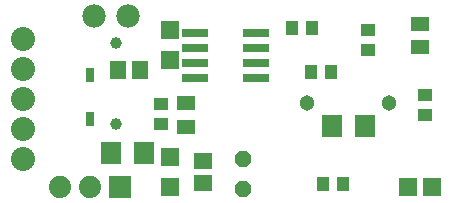
<source format=gts>
G75*
%MOIN*%
%OFA0B0*%
%FSLAX25Y25*%
%IPPOS*%
%LPD*%
%AMOC8*
5,1,8,0,0,1.08239X$1,22.5*
%
%ADD10R,0.05518X0.06306*%
%ADD11OC8,0.05600*%
%ADD12R,0.06306X0.05518*%
%ADD13C,0.07400*%
%ADD14R,0.07400X0.07400*%
%ADD15C,0.03943*%
%ADD16C,0.07800*%
%ADD17C,0.08000*%
%ADD18R,0.05943X0.05943*%
%ADD19R,0.06699X0.07487*%
%ADD20R,0.05912X0.04731*%
%ADD21R,0.09061X0.02762*%
%ADD22R,0.04731X0.04337*%
%ADD23R,0.04337X0.04731*%
%ADD24R,0.03156X0.05124*%
%ADD25C,0.05124*%
D10*
X0040860Y0050100D03*
X0048340Y0050100D03*
D11*
X0082600Y0020600D03*
X0082600Y0010600D03*
D12*
X0069100Y0012360D03*
X0069100Y0019840D03*
D13*
X0021600Y0011100D03*
X0031600Y0011100D03*
D14*
X0041600Y0011100D03*
D15*
X0040100Y0032214D03*
X0040100Y0058986D03*
D16*
X0044300Y0068100D03*
X0032900Y0068100D03*
D17*
X0009100Y0060600D03*
X0009100Y0050600D03*
X0009100Y0040600D03*
X0009100Y0030600D03*
X0009100Y0020600D03*
D18*
X0058100Y0021100D03*
X0058100Y0011100D03*
X0137600Y0011100D03*
X0145600Y0011100D03*
X0058100Y0053600D03*
X0058100Y0063600D03*
D19*
X0112088Y0031600D03*
X0123112Y0031600D03*
X0049612Y0022600D03*
X0038588Y0022600D03*
D20*
X0063600Y0031163D03*
X0063600Y0039037D03*
X0141600Y0057663D03*
X0141600Y0065537D03*
D21*
X0086836Y0062600D03*
X0086836Y0057600D03*
X0086836Y0052600D03*
X0086836Y0047600D03*
X0066364Y0047600D03*
X0066364Y0052600D03*
X0066364Y0057600D03*
X0066364Y0062600D03*
D22*
X0055100Y0038946D03*
X0055100Y0032254D03*
X0124100Y0056754D03*
X0124100Y0063446D03*
X0143100Y0041946D03*
X0143100Y0035254D03*
D23*
X0111946Y0049600D03*
X0105254Y0049600D03*
X0105446Y0064100D03*
X0098754Y0064100D03*
X0109254Y0012100D03*
X0115946Y0012100D03*
D24*
X0031600Y0033817D03*
X0031600Y0048383D03*
D25*
X0103742Y0039072D03*
X0131301Y0039072D03*
M02*

</source>
